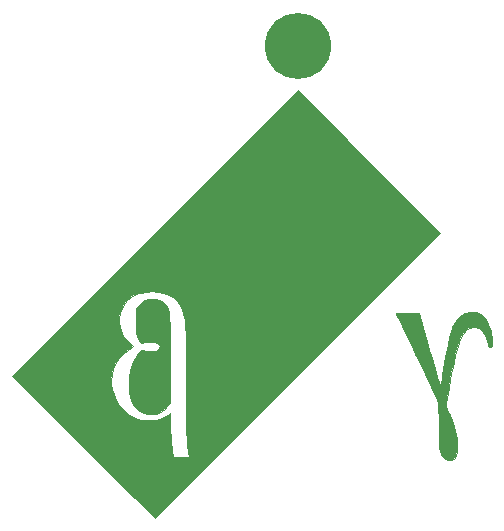
<source format=gbl>
G04 #@! TF.GenerationSoftware,KiCad,Pcbnew,(5.1.9)-1*
G04 #@! TF.CreationDate,2021-03-26T23:35:01-07:00*
G04 #@! TF.ProjectId,mole-diamond-keychain-alt,6d6f6c65-2d64-4696-916d-6f6e642d6b65,A*
G04 #@! TF.SameCoordinates,Original*
G04 #@! TF.FileFunction,Copper,L2,Bot*
G04 #@! TF.FilePolarity,Positive*
%FSLAX46Y46*%
G04 Gerber Fmt 4.6, Leading zero omitted, Abs format (unit mm)*
G04 Created by KiCad (PCBNEW (5.1.9)-1) date 2021-03-26 23:35:01*
%MOMM*%
%LPD*%
G01*
G04 APERTURE LIST*
G04 #@! TA.AperFunction,EtchedComponent*
%ADD10C,0.010000*%
G04 #@! TD*
G04 #@! TA.AperFunction,ComponentPad*
%ADD11C,5.600000*%
G04 #@! TD*
G04 APERTURE END LIST*
D10*
G36*
X-12684940Y31916550D02*
G01*
X-13099088Y31743329D01*
X-13433704Y31421773D01*
X-13490510Y31340996D01*
X-13588069Y31182512D01*
X-13652530Y31032177D01*
X-13690701Y30850093D01*
X-13709389Y30596365D01*
X-13715403Y30231096D01*
X-13715788Y30020729D01*
X-13711387Y29572051D01*
X-13693861Y29247023D01*
X-13656725Y29000090D01*
X-13593493Y28785698D01*
X-13512097Y28589953D01*
X-13385912Y28334026D01*
X-13286498Y28206857D01*
X-13184503Y28177442D01*
X-13131097Y28187519D01*
X-12944989Y28225853D01*
X-12669789Y28269132D01*
X-12511772Y28289977D01*
X-12160584Y28291159D01*
X-11884410Y28215190D01*
X-11702679Y28082789D01*
X-11634816Y27914675D01*
X-11700250Y27731567D01*
X-11856752Y27591381D01*
X-12013647Y27515887D01*
X-12215705Y27483627D01*
X-12512847Y27489207D01*
X-12683665Y27502013D01*
X-13295281Y27553713D01*
X-13564534Y27154296D01*
X-13911271Y26527732D01*
X-14150017Y25824262D01*
X-14261359Y25262292D01*
X-14310878Y24558442D01*
X-14245290Y23918541D01*
X-14075930Y23356204D01*
X-13814131Y22885045D01*
X-13471228Y22518680D01*
X-13058556Y22270724D01*
X-12587448Y22154791D01*
X-12069241Y22184498D01*
X-11768455Y22267778D01*
X-11509768Y22402758D01*
X-11232856Y22611263D01*
X-11108316Y22730709D01*
X-10786844Y23073838D01*
X-10811982Y26946359D01*
X-10818314Y27862394D01*
X-10824811Y28624765D01*
X-10832166Y29249139D01*
X-10841071Y29751185D01*
X-10852217Y30146572D01*
X-10866296Y30450966D01*
X-10884000Y30680036D01*
X-10906021Y30849451D01*
X-10933051Y30974878D01*
X-10965781Y31071985D01*
X-10997203Y31141158D01*
X-11283944Y31543871D01*
X-11672376Y31813026D01*
X-12150354Y31940424D01*
X-12186214Y31943768D01*
X-12684940Y31916550D01*
G37*
X-12684940Y31916550D02*
X-13099088Y31743329D01*
X-13433704Y31421773D01*
X-13490510Y31340996D01*
X-13588069Y31182512D01*
X-13652530Y31032177D01*
X-13690701Y30850093D01*
X-13709389Y30596365D01*
X-13715403Y30231096D01*
X-13715788Y30020729D01*
X-13711387Y29572051D01*
X-13693861Y29247023D01*
X-13656725Y29000090D01*
X-13593493Y28785698D01*
X-13512097Y28589953D01*
X-13385912Y28334026D01*
X-13286498Y28206857D01*
X-13184503Y28177442D01*
X-13131097Y28187519D01*
X-12944989Y28225853D01*
X-12669789Y28269132D01*
X-12511772Y28289977D01*
X-12160584Y28291159D01*
X-11884410Y28215190D01*
X-11702679Y28082789D01*
X-11634816Y27914675D01*
X-11700250Y27731567D01*
X-11856752Y27591381D01*
X-12013647Y27515887D01*
X-12215705Y27483627D01*
X-12512847Y27489207D01*
X-12683665Y27502013D01*
X-13295281Y27553713D01*
X-13564534Y27154296D01*
X-13911271Y26527732D01*
X-14150017Y25824262D01*
X-14261359Y25262292D01*
X-14310878Y24558442D01*
X-14245290Y23918541D01*
X-14075930Y23356204D01*
X-13814131Y22885045D01*
X-13471228Y22518680D01*
X-13058556Y22270724D01*
X-12587448Y22154791D01*
X-12069241Y22184498D01*
X-11768455Y22267778D01*
X-11509768Y22402758D01*
X-11232856Y22611263D01*
X-11108316Y22730709D01*
X-10786844Y23073838D01*
X-10811982Y26946359D01*
X-10818314Y27862394D01*
X-10824811Y28624765D01*
X-10832166Y29249139D01*
X-10841071Y29751185D01*
X-10852217Y30146572D01*
X-10866296Y30450966D01*
X-10884000Y30680036D01*
X-10906021Y30849451D01*
X-10933051Y30974878D01*
X-10965781Y31071985D01*
X-10997203Y31141158D01*
X-11283944Y31543871D01*
X-11672376Y31813026D01*
X-12150354Y31940424D01*
X-12186214Y31943768D01*
X-12684940Y31916550D01*
G36*
X14172783Y30718128D02*
G01*
X13756225Y30461515D01*
X13399171Y30065320D01*
X13116671Y29539258D01*
X13084507Y29457338D01*
X12966320Y29088702D01*
X12835103Y28585232D01*
X12697797Y27980248D01*
X12561344Y27307066D01*
X12432683Y26599006D01*
X12318756Y25889386D01*
X12269752Y25546349D01*
X12210129Y25145173D01*
X12152713Y24823311D01*
X12103083Y24607708D01*
X12066814Y24525313D01*
X12059503Y24530349D01*
X12023761Y24633834D01*
X11946915Y24881370D01*
X11834525Y25254230D01*
X11692150Y25733687D01*
X11525347Y26301016D01*
X11339678Y26937490D01*
X11140699Y27624382D01*
X11128962Y27665045D01*
X10255467Y30691879D01*
X8337606Y30691879D01*
X8457227Y30416712D01*
X8518123Y30284847D01*
X8644661Y30017279D01*
X8828814Y29630773D01*
X9062554Y29142093D01*
X9337854Y28568005D01*
X9646686Y27925274D01*
X9981023Y27230663D01*
X10251175Y26670212D01*
X11925502Y23198879D01*
X11933425Y21251545D01*
X11938643Y20557243D01*
X11950526Y20009113D01*
X11972874Y19584015D01*
X12009488Y19258813D01*
X12064168Y19010369D01*
X12140715Y18815545D01*
X12242931Y18651202D01*
X12374615Y18494204D01*
X12388906Y18478712D01*
X12658965Y18288997D01*
X12951680Y18257125D01*
X13235575Y18386209D01*
X13245416Y18394045D01*
X13423232Y18641616D01*
X13520737Y19016136D01*
X13540262Y19496756D01*
X13484140Y20062630D01*
X13354704Y20692909D01*
X13154286Y21366747D01*
X12885218Y22063295D01*
X12817837Y22215756D01*
X12692934Y22524483D01*
X12604777Y22804558D01*
X12573212Y22987372D01*
X12590194Y23188111D01*
X12637394Y23524132D01*
X12709192Y23965218D01*
X12799970Y24481155D01*
X12904109Y25041726D01*
X13015990Y25616715D01*
X13129993Y26175905D01*
X13240501Y26689083D01*
X13341893Y27126030D01*
X13345826Y27142090D01*
X13551972Y27893551D01*
X13765795Y28486923D01*
X13994774Y28933453D01*
X14246385Y29244384D01*
X14528108Y29430963D01*
X14847422Y29504433D01*
X14918271Y29506545D01*
X15326060Y29431618D01*
X15654468Y29208321D01*
X15901536Y28838882D01*
X16065306Y28325529D01*
X16093890Y28169449D01*
X16149028Y27935576D01*
X16231762Y27830972D01*
X16321465Y27813212D01*
X16406354Y27824683D01*
X16453060Y27882213D01*
X16468077Y28020478D01*
X16457899Y28274155D01*
X16444356Y28469379D01*
X16340838Y29201565D01*
X16148081Y29805376D01*
X15869460Y30274919D01*
X15508352Y30604299D01*
X15124203Y30773752D01*
X14633793Y30825445D01*
X14172783Y30718128D01*
G37*
X14172783Y30718128D02*
X13756225Y30461515D01*
X13399171Y30065320D01*
X13116671Y29539258D01*
X13084507Y29457338D01*
X12966320Y29088702D01*
X12835103Y28585232D01*
X12697797Y27980248D01*
X12561344Y27307066D01*
X12432683Y26599006D01*
X12318756Y25889386D01*
X12269752Y25546349D01*
X12210129Y25145173D01*
X12152713Y24823311D01*
X12103083Y24607708D01*
X12066814Y24525313D01*
X12059503Y24530349D01*
X12023761Y24633834D01*
X11946915Y24881370D01*
X11834525Y25254230D01*
X11692150Y25733687D01*
X11525347Y26301016D01*
X11339678Y26937490D01*
X11140699Y27624382D01*
X11128962Y27665045D01*
X10255467Y30691879D01*
X8337606Y30691879D01*
X8457227Y30416712D01*
X8518123Y30284847D01*
X8644661Y30017279D01*
X8828814Y29630773D01*
X9062554Y29142093D01*
X9337854Y28568005D01*
X9646686Y27925274D01*
X9981023Y27230663D01*
X10251175Y26670212D01*
X11925502Y23198879D01*
X11933425Y21251545D01*
X11938643Y20557243D01*
X11950526Y20009113D01*
X11972874Y19584015D01*
X12009488Y19258813D01*
X12064168Y19010369D01*
X12140715Y18815545D01*
X12242931Y18651202D01*
X12374615Y18494204D01*
X12388906Y18478712D01*
X12658965Y18288997D01*
X12951680Y18257125D01*
X13235575Y18386209D01*
X13245416Y18394045D01*
X13423232Y18641616D01*
X13520737Y19016136D01*
X13540262Y19496756D01*
X13484140Y20062630D01*
X13354704Y20692909D01*
X13154286Y21366747D01*
X12885218Y22063295D01*
X12817837Y22215756D01*
X12692934Y22524483D01*
X12604777Y22804558D01*
X12573212Y22987372D01*
X12590194Y23188111D01*
X12637394Y23524132D01*
X12709192Y23965218D01*
X12799970Y24481155D01*
X12904109Y25041726D01*
X13015990Y25616715D01*
X13129993Y26175905D01*
X13240501Y26689083D01*
X13341893Y27126030D01*
X13345826Y27142090D01*
X13551972Y27893551D01*
X13765795Y28486923D01*
X13994774Y28933453D01*
X14246385Y29244384D01*
X14528108Y29430963D01*
X14847422Y29504433D01*
X14918271Y29506545D01*
X15326060Y29431618D01*
X15654468Y29208321D01*
X15901536Y28838882D01*
X16065306Y28325529D01*
X16093890Y28169449D01*
X16149028Y27935576D01*
X16231762Y27830972D01*
X16321465Y27813212D01*
X16406354Y27824683D01*
X16453060Y27882213D01*
X16468077Y28020478D01*
X16457899Y28274155D01*
X16444356Y28469379D01*
X16340838Y29201565D01*
X16148081Y29805376D01*
X15869460Y30274919D01*
X15508352Y30604299D01*
X15124203Y30773752D01*
X14633793Y30825445D01*
X14172783Y30718128D01*
G36*
X-24172233Y25399880D02*
G01*
X-18139511Y19367601D01*
X-12106790Y13335322D01*
X-6846678Y18595531D01*
X-9212858Y18595531D01*
X-9247957Y18538901D01*
X-9363743Y18510647D01*
X-9592593Y18500927D01*
X-9852795Y18499879D01*
X-10522695Y18499879D01*
X-10620576Y19029045D01*
X-10658637Y19304179D01*
X-10697098Y19702855D01*
X-10732309Y20179333D01*
X-10760620Y20687869D01*
X-10769332Y20893600D01*
X-10820208Y22228988D01*
X-10997998Y22097297D01*
X-11456503Y21823825D01*
X-11951282Y21671222D01*
X-12535059Y21623597D01*
X-12569507Y21623699D01*
X-13225762Y21673990D01*
X-13776771Y21826328D01*
X-14263342Y22097078D01*
X-14703660Y22479474D01*
X-15099228Y22927180D01*
X-15379980Y23369578D01*
X-15584070Y23873984D01*
X-15675319Y24193835D01*
X-15780109Y24914111D01*
X-15728779Y25612822D01*
X-15529491Y26268328D01*
X-15190411Y26858992D01*
X-14719703Y27363176D01*
X-14386571Y27609389D01*
X-13950787Y27888156D01*
X-14391564Y28343233D01*
X-14761802Y28801955D01*
X-14991661Y29286555D01*
X-15098840Y29842103D01*
X-15111961Y30177795D01*
X-15036073Y30801291D01*
X-14816735Y31343510D01*
X-14463484Y31795755D01*
X-13985856Y32149333D01*
X-13393390Y32395548D01*
X-12695622Y32525707D01*
X-12522719Y32538236D01*
X-11770639Y32510977D01*
X-11116704Y32347513D01*
X-10565805Y32051827D01*
X-10122832Y31627902D01*
X-9792676Y31079720D01*
X-9580225Y30411264D01*
X-9527709Y30098981D01*
X-9512167Y29895019D01*
X-9497465Y29539695D01*
X-9483889Y29050981D01*
X-9471725Y28446848D01*
X-9461260Y27745268D01*
X-9452780Y26964210D01*
X-9446572Y26121647D01*
X-9442920Y25235550D01*
X-9442096Y24722879D01*
X-9440304Y23614867D01*
X-9436214Y22661500D01*
X-9429298Y21848101D01*
X-9419032Y21159992D01*
X-9404889Y20582493D01*
X-9386345Y20100927D01*
X-9362873Y19700616D01*
X-9333947Y19366881D01*
X-9299043Y19085044D01*
X-9257634Y18840426D01*
X-9226065Y18690379D01*
X-9212858Y18595531D01*
X-6846678Y18595531D01*
X12065324Y37507878D01*
X6032602Y43540157D01*
X-119Y49572436D01*
X-24172233Y25399880D01*
G37*
X-24172233Y25399880D02*
X-18139511Y19367601D01*
X-12106790Y13335322D01*
X-6846678Y18595531D01*
X-9212858Y18595531D01*
X-9247957Y18538901D01*
X-9363743Y18510647D01*
X-9592593Y18500927D01*
X-9852795Y18499879D01*
X-10522695Y18499879D01*
X-10620576Y19029045D01*
X-10658637Y19304179D01*
X-10697098Y19702855D01*
X-10732309Y20179333D01*
X-10760620Y20687869D01*
X-10769332Y20893600D01*
X-10820208Y22228988D01*
X-10997998Y22097297D01*
X-11456503Y21823825D01*
X-11951282Y21671222D01*
X-12535059Y21623597D01*
X-12569507Y21623699D01*
X-13225762Y21673990D01*
X-13776771Y21826328D01*
X-14263342Y22097078D01*
X-14703660Y22479474D01*
X-15099228Y22927180D01*
X-15379980Y23369578D01*
X-15584070Y23873984D01*
X-15675319Y24193835D01*
X-15780109Y24914111D01*
X-15728779Y25612822D01*
X-15529491Y26268328D01*
X-15190411Y26858992D01*
X-14719703Y27363176D01*
X-14386571Y27609389D01*
X-13950787Y27888156D01*
X-14391564Y28343233D01*
X-14761802Y28801955D01*
X-14991661Y29286555D01*
X-15098840Y29842103D01*
X-15111961Y30177795D01*
X-15036073Y30801291D01*
X-14816735Y31343510D01*
X-14463484Y31795755D01*
X-13985856Y32149333D01*
X-13393390Y32395548D01*
X-12695622Y32525707D01*
X-12522719Y32538236D01*
X-11770639Y32510977D01*
X-11116704Y32347513D01*
X-10565805Y32051827D01*
X-10122832Y31627902D01*
X-9792676Y31079720D01*
X-9580225Y30411264D01*
X-9527709Y30098981D01*
X-9512167Y29895019D01*
X-9497465Y29539695D01*
X-9483889Y29050981D01*
X-9471725Y28446848D01*
X-9461260Y27745268D01*
X-9452780Y26964210D01*
X-9446572Y26121647D01*
X-9442920Y25235550D01*
X-9442096Y24722879D01*
X-9440304Y23614867D01*
X-9436214Y22661500D01*
X-9429298Y21848101D01*
X-9419032Y21159992D01*
X-9404889Y20582493D01*
X-9386345Y20100927D01*
X-9362873Y19700616D01*
X-9333947Y19366881D01*
X-9299043Y19085044D01*
X-9257634Y18840426D01*
X-9226065Y18690379D01*
X-9212858Y18595531D01*
X-6846678Y18595531D01*
X12065324Y37507878D01*
X6032602Y43540157D01*
X-119Y49572436D01*
X-24172233Y25399880D01*
D11*
X-5Y53340005D03*
M02*

</source>
